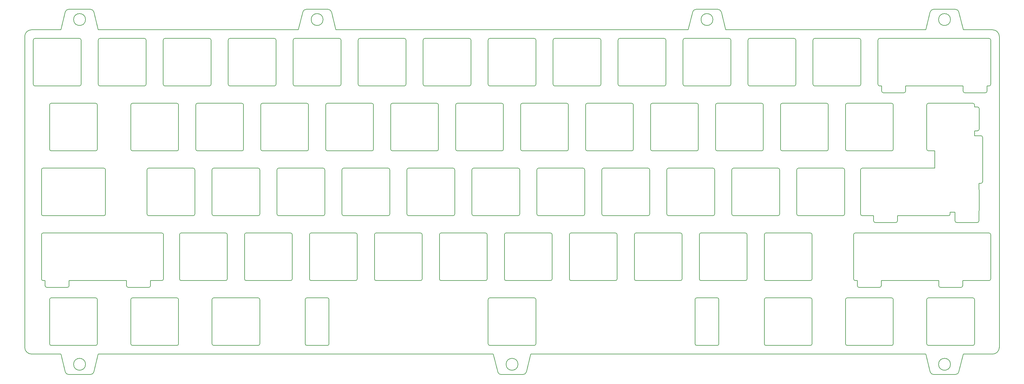
<source format=gbr>
%TF.GenerationSoftware,KiCad,Pcbnew,(6.0.9)*%
%TF.CreationDate,2022-11-05T12:51:30+01:00*%
%TF.ProjectId,plate,706c6174-652e-46b6-9963-61645f706362,rev?*%
%TF.SameCoordinates,Original*%
%TF.FileFunction,Profile,NP*%
%FSLAX46Y46*%
G04 Gerber Fmt 4.6, Leading zero omitted, Abs format (unit mm)*
G04 Created by KiCad (PCBNEW (6.0.9)) date 2022-11-05 12:51:30*
%MOMM*%
%LPD*%
G01*
G04 APERTURE LIST*
%TA.AperFunction,Profile*%
%ADD10C,0.200000*%
%TD*%
G04 APERTURE END LIST*
D10*
X172131000Y-54775000D02*
X159131000Y-54775000D01*
X24993500Y-60325000D02*
G75*
G03*
X24493500Y-59825000I-500000J0D01*
G01*
X235331000Y-54775000D02*
X248331000Y-54775000D01*
X111506000Y-73825000D02*
X124506000Y-73825000D01*
X225306000Y-73325000D02*
G75*
G03*
X225806000Y-73825000I500000J0D01*
G01*
X243568500Y-92875000D02*
G75*
G03*
X244068500Y-92375000I0J500000D01*
G01*
X39281000Y-54275000D02*
X39281000Y-41275000D01*
X48806000Y-117475000D02*
G75*
G03*
X48306000Y-116975000I-500000J0D01*
G01*
X182943500Y-111925000D02*
X195943500Y-111925000D01*
X248331000Y-40775000D02*
X235331000Y-40775000D01*
X224518500Y-92875000D02*
G75*
G03*
X225018500Y-92375000I0J500000D01*
G01*
X97218500Y-92875000D02*
X110218500Y-92875000D01*
X284049750Y-83350050D02*
G75*
G03*
X284549750Y-82850000I-50J500050D01*
G01*
X269191634Y-33007464D02*
X267881000Y-38250000D01*
X111506000Y-59825000D02*
G75*
G03*
X111006000Y-60325000I0J-500000D01*
G01*
X153581000Y-117475000D02*
X153581000Y-130475000D01*
X27374800Y-79375000D02*
G75*
G03*
X26874750Y-78875000I-500100J-100D01*
G01*
X86211776Y-32249977D02*
G75*
G03*
X85241634Y-33007464I24J-1000023D01*
G01*
X182156000Y-60325000D02*
G75*
G03*
X181656000Y-59825000I-500000J0D01*
G01*
X101193500Y-98425000D02*
G75*
G03*
X100693500Y-97925000I-500000J0D01*
G01*
X274524750Y-92874950D02*
G75*
G03*
X275024750Y-92375000I50J499950D01*
G01*
X221043500Y-97925000D02*
G75*
G03*
X220543500Y-98425000I0J-500000D01*
G01*
X40575250Y-113425000D02*
X40575250Y-111925000D01*
X39281000Y-41275000D02*
G75*
G03*
X38781000Y-40775000I-500000J0D01*
G01*
X206256000Y-73325000D02*
G75*
G03*
X206756000Y-73825000I500000J0D01*
G01*
X72906000Y-60325000D02*
X72906000Y-73325000D01*
X244068500Y-79375000D02*
G75*
G03*
X243568500Y-78875000I-500000J0D01*
G01*
X284549700Y-69850000D02*
G75*
G03*
X284049750Y-69350000I-500000J0D01*
G01*
X139581000Y-54275000D02*
X139581000Y-41275000D01*
X286431000Y-111925000D02*
X278700250Y-111925000D01*
X11493500Y-73825000D02*
X24493500Y-73825000D01*
X120531000Y-54275000D02*
G75*
G03*
X121031000Y-54775000I500000J0D01*
G01*
X159131000Y-40775000D02*
G75*
G03*
X158631000Y-41275000I0J-500000D01*
G01*
X35306000Y-59825000D02*
G75*
G03*
X34806000Y-60325000I0J-500000D01*
G01*
X271700250Y-113425000D02*
X271700250Y-111925000D01*
X139581000Y-130475000D02*
G75*
G03*
X140081000Y-130975000I500000J0D01*
G01*
X38781000Y-40775000D02*
X25781000Y-40775000D01*
X210231000Y-54775000D02*
G75*
G03*
X210731000Y-54275000I0J500000D01*
G01*
X9112250Y-97925000D02*
G75*
G03*
X8612250Y-98425000I-30J-499970D01*
G01*
X285844000Y-54775000D02*
X285844000Y-56275000D01*
X26874750Y-92874950D02*
G75*
G03*
X27374750Y-92375000I50J499950D01*
G01*
X16561776Y-139500000D02*
X23000224Y-139500000D01*
X39568500Y-79375000D02*
X39568500Y-92375000D01*
X220543500Y-130475000D02*
G75*
G03*
X221043500Y-130975000I500000J0D01*
G01*
X172918500Y-79375000D02*
X172918500Y-92375000D01*
X5706000Y-38250000D02*
G75*
G03*
X3706000Y-40250000I0J-2000000D01*
G01*
X59118500Y-130975000D02*
X72118500Y-130975000D01*
X270161776Y-32249977D02*
G75*
G03*
X269191634Y-33007464I24J-1000023D01*
G01*
X82143500Y-98425000D02*
G75*
G03*
X81643500Y-97925000I-500000J0D01*
G01*
X110218500Y-78875000D02*
X97218500Y-78875000D01*
X187706000Y-59825000D02*
X200706000Y-59825000D01*
X72118500Y-116975000D02*
X59118500Y-116975000D01*
X286931000Y-98425000D02*
X286931000Y-111425000D01*
X285344000Y-56775000D02*
X279344000Y-56775000D01*
X248774700Y-92375000D02*
G75*
G03*
X249274750Y-92875000I500100J100D01*
G01*
X106743500Y-97925000D02*
G75*
G03*
X106243500Y-98425000I0J-500000D01*
G01*
X215493500Y-98425000D02*
G75*
G03*
X214993500Y-97925000I-500000J0D01*
G01*
X258356000Y-60325000D02*
X258356000Y-73325000D01*
X234831000Y-41275000D02*
X234831000Y-54275000D01*
X210231000Y-54775000D02*
X197231000Y-54775000D01*
X6231000Y-41275000D02*
X6231000Y-54275000D01*
X278881000Y-133500000D02*
X287456000Y-133500000D01*
X73406000Y-73825000D02*
X86406000Y-73825000D01*
X206756000Y-73825000D02*
X219756000Y-73825000D01*
X135318500Y-78875000D02*
G75*
G03*
X134818500Y-79375000I0J-500000D01*
G01*
X87693500Y-97925000D02*
G75*
G03*
X87193500Y-98425000I0J-500000D01*
G01*
X91668500Y-79375000D02*
X91668500Y-92375000D01*
X16561776Y-32249977D02*
G75*
G03*
X15591634Y-33007464I24J-1000023D01*
G01*
X39568500Y-92375000D02*
G75*
G03*
X40068500Y-92875000I500000J0D01*
G01*
X8612250Y-79375000D02*
X8612250Y-92375000D01*
X178181000Y-54775000D02*
X191181000Y-54775000D01*
X278200250Y-113924950D02*
G75*
G03*
X278700250Y-113425000I50J499950D01*
G01*
X289456000Y-131500000D02*
X289456000Y-40250000D01*
X54356000Y-59825000D02*
G75*
G03*
X53856000Y-60325000I0J-500000D01*
G01*
X206731000Y-130975000D02*
G75*
G03*
X207231000Y-130475000I0J500000D01*
G01*
X201493500Y-111425000D02*
G75*
G03*
X201993500Y-111925000I500000J0D01*
G01*
X121031000Y-40775000D02*
G75*
G03*
X120531000Y-41275000I0J-500000D01*
G01*
X182443500Y-98425000D02*
X182443500Y-111425000D01*
X225306000Y-60325000D02*
X225306000Y-73325000D01*
X220543500Y-130475000D02*
X220543500Y-117475000D01*
X63093500Y-98425000D02*
X63093500Y-111425000D01*
X191968500Y-92375000D02*
X191968500Y-79375000D01*
X19731000Y-54775000D02*
G75*
G03*
X20231000Y-54275000I0J500000D01*
G01*
X62593500Y-111925000D02*
G75*
G03*
X63093500Y-111425000I0J500000D01*
G01*
X172631000Y-41275000D02*
G75*
G03*
X172131000Y-40775000I-500000J0D01*
G01*
X200706000Y-73825000D02*
G75*
G03*
X201206000Y-73325000I0J500000D01*
G01*
X278881000Y-38250000D02*
X277570366Y-33007464D01*
X149606000Y-59825000D02*
X162606000Y-59825000D01*
X144843500Y-97925000D02*
G75*
G03*
X144343500Y-98425000I0J-500000D01*
G01*
X168656000Y-59825000D02*
G75*
G03*
X168156000Y-60325000I0J-500000D01*
G01*
X59118500Y-78875000D02*
X72118500Y-78875000D01*
X234831000Y-54275000D02*
G75*
G03*
X235331000Y-54775000I500000J0D01*
G01*
X259086750Y-94875000D02*
X253086750Y-94875000D01*
X239306000Y-73325000D02*
X239306000Y-60325000D01*
X254381000Y-40775000D02*
X286431000Y-40775000D01*
X77381000Y-41275000D02*
X77381000Y-54275000D01*
X96431000Y-41275000D02*
G75*
G03*
X95931000Y-40775000I-500000J0D01*
G01*
X205481000Y-35250000D02*
G75*
G03*
X205481000Y-35250000I-1750000J0D01*
G01*
X261968000Y-54775000D02*
X261968000Y-56275000D01*
X281668500Y-130975000D02*
G75*
G03*
X282168500Y-130475000I0J500000D01*
G01*
X144343500Y-111425000D02*
G75*
G03*
X144843500Y-111925000I500000J0D01*
G01*
X35306000Y-116975000D02*
G75*
G03*
X34806000Y-117475000I0J-500000D01*
G01*
X44831000Y-40775000D02*
G75*
G03*
X44331000Y-41275000I0J-500000D01*
G01*
X144343500Y-111425000D02*
X144343500Y-98425000D01*
X158343500Y-98425000D02*
G75*
G03*
X157843500Y-97925000I-500000J0D01*
G01*
X267881000Y-133500000D02*
X269191634Y-138742536D01*
X140081000Y-116975000D02*
X153081000Y-116975000D01*
X19731000Y-40775000D02*
X6731000Y-40775000D01*
X200731000Y-116975000D02*
G75*
G03*
X200231000Y-117475000I0J-500000D01*
G01*
X153081000Y-130975000D02*
G75*
G03*
X153581000Y-130475000I0J500000D01*
G01*
X167368500Y-92875000D02*
G75*
G03*
X167868500Y-92375000I0J500000D01*
G01*
X247237500Y-97925000D02*
X286431000Y-97925000D01*
X92931000Y-117475000D02*
X92931000Y-130475000D01*
X163393500Y-111425000D02*
G75*
G03*
X163893500Y-111925000I500000J0D01*
G01*
X40075250Y-113924950D02*
G75*
G03*
X40575250Y-113425000I50J499950D01*
G01*
X82143500Y-111425000D02*
X82143500Y-98425000D01*
X124506000Y-59825000D02*
X111506000Y-59825000D01*
X244856000Y-59825000D02*
G75*
G03*
X244356000Y-60325000I0J-500000D01*
G01*
X173418500Y-92875000D02*
X186418500Y-92875000D01*
X216281000Y-40775000D02*
X229281000Y-40775000D01*
X116268500Y-78875000D02*
G75*
G03*
X115768500Y-79375000I0J-500000D01*
G01*
X10993500Y-130475000D02*
X10993500Y-117475000D01*
X91956000Y-73325000D02*
G75*
G03*
X92456000Y-73825000I500000J0D01*
G01*
X234043500Y-97925000D02*
X221043500Y-97925000D01*
X139581000Y-130475000D02*
X139581000Y-117475000D01*
X210731000Y-41275000D02*
G75*
G03*
X210231000Y-40775000I-500000J0D01*
G01*
X268168500Y-130475000D02*
G75*
G03*
X268668500Y-130975000I500000J0D01*
G01*
X125293500Y-111425000D02*
G75*
G03*
X125793500Y-111925000I500000J0D01*
G01*
X289456000Y-40250000D02*
G75*
G03*
X287456000Y-38250000I-2000000J0D01*
G01*
X93620417Y-33007451D02*
G75*
G03*
X92650224Y-32250000I-970217J-242649D01*
G01*
X196443500Y-111425000D02*
X196443500Y-98425000D01*
X58618500Y-130475000D02*
G75*
G03*
X59118500Y-130975000I500000J0D01*
G01*
X283462750Y-91569835D02*
X283462750Y-94375000D01*
X134818500Y-92375000D02*
G75*
G03*
X135318500Y-92875000I500000J0D01*
G01*
X172918500Y-92375000D02*
G75*
G03*
X173418500Y-92875000I500000J0D01*
G01*
X85931000Y-130475000D02*
G75*
G03*
X86431000Y-130975000I500000J0D01*
G01*
X105956000Y-60325000D02*
X105956000Y-73325000D01*
X85241634Y-33007464D02*
X83931000Y-38250000D01*
X283462750Y-83350000D02*
X283462750Y-85006165D01*
X58331000Y-54275000D02*
X58331000Y-41275000D01*
X244856000Y-59825000D02*
X257856000Y-59825000D01*
X144056000Y-73325000D02*
X144056000Y-60325000D01*
X24493500Y-130975000D02*
X11493500Y-130975000D01*
X234543500Y-98425000D02*
G75*
G03*
X234043500Y-97925000I-500000J0D01*
G01*
X239306000Y-60325000D02*
G75*
G03*
X238806000Y-59825000I-500000J0D01*
G01*
X267881000Y-38250000D02*
X209231000Y-38250000D01*
X23970417Y-33007451D02*
G75*
G03*
X23000224Y-32250000I-970217J-242649D01*
G01*
X246737500Y-111425000D02*
G75*
G03*
X247237500Y-111925000I500000J0D01*
G01*
X285344000Y-56775000D02*
G75*
G03*
X285844000Y-56275000I0J500000D01*
G01*
X148331000Y-136500000D02*
G75*
G03*
X148331000Y-136500000I-1750000J0D01*
G01*
X92456000Y-59825000D02*
G75*
G03*
X91956000Y-60325000I0J-500000D01*
G01*
X53568500Y-79375000D02*
G75*
G03*
X53068500Y-78875000I-500000J0D01*
G01*
X234043500Y-130975000D02*
X221043500Y-130975000D01*
X153868500Y-92375000D02*
X153868500Y-79375000D01*
X92931000Y-117475000D02*
G75*
G03*
X92431000Y-116975000I-500000J0D01*
G01*
X187206000Y-73325000D02*
X187206000Y-60325000D01*
X25281000Y-133500000D02*
X141081000Y-133500000D01*
X134031000Y-40775000D02*
X121031000Y-40775000D01*
X162606000Y-73825000D02*
G75*
G03*
X163106000Y-73325000I0J500000D01*
G01*
X44331000Y-41275000D02*
X44331000Y-54275000D01*
X48806000Y-60325000D02*
X48806000Y-73325000D01*
X207231000Y-117475000D02*
X207231000Y-130475000D01*
X92431000Y-130975000D02*
X86431000Y-130975000D01*
X201993500Y-97925000D02*
G75*
G03*
X201493500Y-98425000I0J-500000D01*
G01*
X15591634Y-33007464D02*
X14281000Y-38250000D01*
X278200250Y-113925000D02*
X272200250Y-113925000D01*
X116268500Y-92875000D02*
X129268500Y-92875000D01*
X191681000Y-54275000D02*
X191681000Y-41275000D01*
X254324250Y-113924950D02*
G75*
G03*
X254824250Y-113425000I50J499950D01*
G01*
X259086750Y-94874950D02*
G75*
G03*
X259586750Y-94375000I50J499950D01*
G01*
X91956000Y-73325000D02*
X91956000Y-60325000D01*
X125006000Y-60325000D02*
G75*
G03*
X124506000Y-59825000I-500000J0D01*
G01*
X163106000Y-60325000D02*
X163106000Y-73325000D01*
X43887250Y-111924950D02*
G75*
G03*
X44387250Y-111425000I50J499950D01*
G01*
X201206000Y-60325000D02*
G75*
G03*
X200706000Y-59825000I-500000J0D01*
G01*
X129768500Y-79375000D02*
G75*
G03*
X129268500Y-78875000I-500000J0D01*
G01*
X49093500Y-111425000D02*
X49093500Y-98425000D01*
X95931000Y-54775000D02*
G75*
G03*
X96431000Y-54275000I0J500000D01*
G01*
X270549750Y-73825000D02*
X268668500Y-73825000D01*
X195943500Y-97925000D02*
X182943500Y-97925000D01*
X48306000Y-73825000D02*
X35306000Y-73825000D01*
X276600224Y-32250000D02*
X270161776Y-32250000D01*
X33575200Y-113425000D02*
G75*
G03*
X34075250Y-113925000I500100J100D01*
G01*
X120243500Y-98425000D02*
G75*
G03*
X119743500Y-97925000I-500000J0D01*
G01*
X106243500Y-98425000D02*
X106243500Y-111425000D01*
X92650224Y-32250000D02*
X86211776Y-32250000D01*
X149800224Y-139500023D02*
G75*
G03*
X150770366Y-138742536I-24J1000023D01*
G01*
X215781000Y-54275000D02*
X215781000Y-41275000D01*
X158631000Y-54275000D02*
X158631000Y-41275000D01*
X130556000Y-73825000D02*
X143556000Y-73825000D01*
X9112250Y-111925000D02*
X9699250Y-111925000D01*
X211018500Y-92375000D02*
G75*
G03*
X211518500Y-92875000I500000J0D01*
G01*
X53068500Y-92875000D02*
G75*
G03*
X53568500Y-92375000I0J500000D01*
G01*
X34806000Y-130475000D02*
X34806000Y-117475000D01*
X254324250Y-113925000D02*
X248324250Y-113925000D01*
X254381000Y-40775000D02*
G75*
G03*
X253881000Y-41275000I0J-500000D01*
G01*
X268668500Y-59825000D02*
X281668500Y-59825000D01*
X110718500Y-79375000D02*
G75*
G03*
X110218500Y-78875000I-500000J0D01*
G01*
X282962750Y-94875000D02*
X276962750Y-94875000D01*
X6731000Y-40775000D02*
G75*
G03*
X6231000Y-41275000I0J-500000D01*
G01*
X283049750Y-67912000D02*
X282168500Y-67912000D01*
X53856000Y-60325000D02*
X53856000Y-73325000D01*
X207920417Y-33007451D02*
G75*
G03*
X206950224Y-32250000I-970217J-242649D01*
G01*
X86431000Y-116975000D02*
X92431000Y-116975000D01*
X283049750Y-67912050D02*
G75*
G03*
X283549750Y-67412000I-50J500050D01*
G01*
X167368500Y-92875000D02*
X154368500Y-92875000D01*
X286431000Y-54775000D02*
G75*
G03*
X286931000Y-54275000I0J500000D01*
G01*
X34806000Y-73325000D02*
G75*
G03*
X35306000Y-73825000I500000J0D01*
G01*
X96718500Y-79375000D02*
X96718500Y-92375000D01*
X243568500Y-92875000D02*
X230568500Y-92875000D01*
X134031000Y-54775000D02*
G75*
G03*
X134531000Y-54275000I0J500000D01*
G01*
X220256000Y-73325000D02*
X220256000Y-60325000D01*
X8612250Y-98425000D02*
X8612250Y-111425000D01*
X221043500Y-116975000D02*
G75*
G03*
X220543500Y-117475000I0J-500000D01*
G01*
X139293500Y-98425000D02*
G75*
G03*
X138793500Y-97925000I-500000J0D01*
G01*
X63881000Y-40775000D02*
X76881000Y-40775000D01*
X86431000Y-116975000D02*
G75*
G03*
X85931000Y-117475000I0J-500000D01*
G01*
X244068500Y-79375000D02*
X244068500Y-92375000D01*
X154368500Y-78875000D02*
G75*
G03*
X153868500Y-79375000I0J-500000D01*
G01*
X48306000Y-130975000D02*
G75*
G03*
X48806000Y-130475000I0J500000D01*
G01*
X201993500Y-97925000D02*
X214993500Y-97925000D01*
X63381000Y-54275000D02*
G75*
G03*
X63881000Y-54775000I500000J0D01*
G01*
X3706000Y-40250000D02*
X3706000Y-131500000D01*
X101981000Y-40775000D02*
G75*
G03*
X101481000Y-41275000I0J-500000D01*
G01*
X44387300Y-98425000D02*
G75*
G03*
X43887250Y-97925000I-500100J-100D01*
G01*
X44387250Y-111425000D02*
X44387250Y-98425000D01*
X176893500Y-111925000D02*
G75*
G03*
X177393500Y-111425000I0J500000D01*
G01*
X138793500Y-111925000D02*
G75*
G03*
X139293500Y-111425000I0J500000D01*
G01*
X77668500Y-92375000D02*
X77668500Y-79375000D01*
X287456000Y-133500000D02*
G75*
G03*
X289456000Y-131500000I0J2000000D01*
G01*
X276600224Y-139500023D02*
G75*
G03*
X277570366Y-138742536I-24J1000023D01*
G01*
X283462743Y-91569830D02*
G75*
G03*
X283549750Y-91288000I-412943J281830D01*
G01*
X100693500Y-97925000D02*
X87693500Y-97925000D01*
X25281000Y-41275000D02*
X25281000Y-54275000D01*
X277570366Y-138742536D02*
X278881000Y-133500000D01*
X101193500Y-111425000D02*
X101193500Y-98425000D01*
X68643500Y-97925000D02*
G75*
G03*
X68143500Y-98425000I0J-500000D01*
G01*
X200231000Y-130475000D02*
G75*
G03*
X200731000Y-130975000I500000J0D01*
G01*
X234043500Y-130975000D02*
G75*
G03*
X234543500Y-130475000I0J500000D01*
G01*
X86406000Y-59825000D02*
X73406000Y-59825000D01*
X40068500Y-78875000D02*
G75*
G03*
X39568500Y-79375000I0J-500000D01*
G01*
X78168500Y-78875000D02*
X91168500Y-78875000D01*
X276462750Y-94375000D02*
X276462750Y-91788000D01*
X191968500Y-92375000D02*
G75*
G03*
X192468500Y-92875000I500000J0D01*
G01*
X225806000Y-73825000D02*
X238806000Y-73825000D01*
X49593500Y-97925000D02*
G75*
G03*
X49093500Y-98425000I0J-500000D01*
G01*
X149606000Y-59825000D02*
G75*
G03*
X149106000Y-60325000I0J-500000D01*
G01*
X23000224Y-32250000D02*
X16561776Y-32250000D01*
X57831000Y-40775000D02*
X44831000Y-40775000D01*
X276462700Y-94375000D02*
G75*
G03*
X276962750Y-94875000I500100J100D01*
G01*
X129768500Y-92375000D02*
X129768500Y-79375000D01*
X149106000Y-73325000D02*
G75*
G03*
X149606000Y-73825000I500000J0D01*
G01*
X77381000Y-41275000D02*
G75*
G03*
X76881000Y-40775000I-500000J0D01*
G01*
X111006000Y-60325000D02*
X111006000Y-73325000D01*
X153868500Y-92375000D02*
G75*
G03*
X154368500Y-92875000I500000J0D01*
G01*
X138793500Y-111925000D02*
X125793500Y-111925000D01*
X214993500Y-111925000D02*
X201993500Y-111925000D01*
X87693500Y-111925000D02*
X100693500Y-111925000D01*
X35306000Y-116975000D02*
X48306000Y-116975000D01*
X9112250Y-92875000D02*
X26874750Y-92875000D01*
X25281000Y-38250000D02*
X23970366Y-33007464D01*
X86406000Y-73825000D02*
G75*
G03*
X86906000Y-73325000I0J500000D01*
G01*
X153581000Y-117475000D02*
G75*
G03*
X153081000Y-116975000I-500000J0D01*
G01*
X261468000Y-56775000D02*
G75*
G03*
X261968000Y-56275000I0J500000D01*
G01*
X211018500Y-92375000D02*
X211018500Y-79375000D01*
X211518500Y-78875000D02*
X224518500Y-78875000D01*
X148818500Y-79375000D02*
G75*
G03*
X148318500Y-78875000I-500000J0D01*
G01*
X205968500Y-79375000D02*
X205968500Y-92375000D01*
X8612200Y-111425000D02*
G75*
G03*
X9112250Y-111925000I500100J100D01*
G01*
X25281000Y-54275000D02*
G75*
G03*
X25781000Y-54775000I500000J0D01*
G01*
X275131000Y-35250000D02*
G75*
G03*
X275131000Y-35250000I-1750000J0D01*
G01*
X282168500Y-69350000D02*
X284049750Y-69350000D01*
X24493500Y-130975000D02*
G75*
G03*
X24993500Y-130475000I0J500000D01*
G01*
X110718500Y-92375000D02*
X110718500Y-79375000D01*
X168156000Y-73325000D02*
G75*
G03*
X168656000Y-73825000I500000J0D01*
G01*
X110218500Y-92875000D02*
G75*
G03*
X110718500Y-92375000I0J500000D01*
G01*
X62593500Y-111925000D02*
X49593500Y-111925000D01*
X40068500Y-92875000D02*
X53068500Y-92875000D01*
X125006000Y-73325000D02*
X125006000Y-60325000D01*
X270161776Y-139500000D02*
X276600224Y-139500000D01*
X225018500Y-79375000D02*
G75*
G03*
X224518500Y-78875000I-500000J0D01*
G01*
X85931000Y-130475000D02*
X85931000Y-117475000D01*
X219756000Y-59825000D02*
X206756000Y-59825000D01*
X192468500Y-78875000D02*
X205468500Y-78875000D01*
X154368500Y-78875000D02*
X167368500Y-78875000D01*
X247824250Y-111925000D02*
X247237500Y-111925000D01*
X283549724Y-85288000D02*
G75*
G03*
X283462750Y-85006165I-500124J0D01*
G01*
X229781000Y-41275000D02*
G75*
G03*
X229281000Y-40775000I-500000J0D01*
G01*
X25781000Y-40775000D02*
G75*
G03*
X25281000Y-41275000I0J-500000D01*
G01*
X158631000Y-54275000D02*
G75*
G03*
X159131000Y-54775000I500000J0D01*
G01*
X140081000Y-40775000D02*
X153081000Y-40775000D01*
X158343500Y-98425000D02*
X158343500Y-111425000D01*
X49593500Y-97925000D02*
X62593500Y-97925000D01*
X225018500Y-79375000D02*
X225018500Y-92375000D01*
X86906000Y-60325000D02*
G75*
G03*
X86406000Y-59825000I-500000J0D01*
G01*
X143556000Y-59825000D02*
X130556000Y-59825000D01*
X53856000Y-73325000D02*
G75*
G03*
X54356000Y-73825000I500000J0D01*
G01*
X177393500Y-111425000D02*
X177393500Y-98425000D01*
X211518500Y-78875000D02*
G75*
G03*
X211018500Y-79375000I0J-500000D01*
G01*
X163393500Y-98425000D02*
X163393500Y-111425000D01*
X286431000Y-54775000D02*
X285844000Y-54775000D01*
X3706000Y-131500000D02*
G75*
G03*
X5706000Y-133500000I2000000J0D01*
G01*
X278844000Y-54775000D02*
X261968000Y-54775000D01*
X87193500Y-98425000D02*
X87193500Y-111425000D01*
X206950224Y-32250000D02*
X200511776Y-32250000D01*
X197231000Y-40775000D02*
G75*
G03*
X196731000Y-41275000I0J-500000D01*
G01*
X282168500Y-117475000D02*
G75*
G03*
X281668500Y-116975000I-500000J0D01*
G01*
X57831000Y-54775000D02*
G75*
G03*
X58331000Y-54275000I0J500000D01*
G01*
X63881000Y-40775000D02*
G75*
G03*
X63381000Y-41275000I0J-500000D01*
G01*
X11493500Y-116975000D02*
G75*
G03*
X10993500Y-117475000I0J-500000D01*
G01*
X278844000Y-56275000D02*
X278844000Y-54775000D01*
X148818500Y-79375000D02*
X148818500Y-92375000D01*
X252586700Y-94375000D02*
G75*
G03*
X253086750Y-94875000I500100J100D01*
G01*
X81643500Y-97925000D02*
X68643500Y-97925000D01*
X182156000Y-60325000D02*
X182156000Y-73325000D01*
X16199250Y-113924950D02*
G75*
G03*
X16699250Y-113425000I50J499950D01*
G01*
X101481000Y-41275000D02*
X101481000Y-54275000D01*
X200706000Y-73825000D02*
X187706000Y-73825000D01*
X53068500Y-78875000D02*
X40068500Y-78875000D01*
X10993500Y-130475000D02*
G75*
G03*
X11493500Y-130975000I500000J0D01*
G01*
X96718500Y-92375000D02*
G75*
G03*
X97218500Y-92875000I500000J0D01*
G01*
X58618500Y-92375000D02*
G75*
G03*
X59118500Y-92875000I500000J0D01*
G01*
X196731000Y-54275000D02*
X196731000Y-41275000D01*
X16699250Y-111925000D02*
X33575250Y-111925000D01*
X48806000Y-60325000D02*
G75*
G03*
X48306000Y-59825000I-500000J0D01*
G01*
X244356000Y-130475000D02*
G75*
G03*
X244856000Y-130975000I500000J0D01*
G01*
X278700250Y-111925000D02*
X278700250Y-113425000D01*
X200231000Y-130475000D02*
X200231000Y-117475000D01*
X182943500Y-97925000D02*
G75*
G03*
X182443500Y-98425000I0J-500000D01*
G01*
X72906000Y-73325000D02*
G75*
G03*
X73406000Y-73825000I500000J0D01*
G01*
X269191583Y-138742549D02*
G75*
G03*
X270161776Y-139500000I970217J242649D01*
G01*
X139293500Y-98425000D02*
X139293500Y-111425000D01*
X59118500Y-78875000D02*
G75*
G03*
X58618500Y-79375000I0J-500000D01*
G01*
X186418500Y-78875000D02*
X173418500Y-78875000D01*
X157843500Y-111925000D02*
X144843500Y-111925000D01*
X163893500Y-111925000D02*
X176893500Y-111925000D01*
X115481000Y-54275000D02*
X115481000Y-41275000D01*
X176893500Y-97925000D02*
X163893500Y-97925000D01*
X115481000Y-41275000D02*
G75*
G03*
X114981000Y-40775000I-500000J0D01*
G01*
X283549750Y-85288000D02*
X283549750Y-91288000D01*
X48306000Y-130975000D02*
X35306000Y-130975000D01*
X192468500Y-78875000D02*
G75*
G03*
X191968500Y-79375000I0J-500000D01*
G01*
X34075250Y-113925000D02*
X40075250Y-113925000D01*
X191681000Y-41275000D02*
G75*
G03*
X191181000Y-40775000I-500000J0D01*
G01*
X191181000Y-40775000D02*
X178181000Y-40775000D01*
X168156000Y-73325000D02*
X168156000Y-60325000D01*
X257856000Y-130975000D02*
G75*
G03*
X258356000Y-130475000I0J500000D01*
G01*
X68143500Y-111425000D02*
G75*
G03*
X68643500Y-111925000I500000J0D01*
G01*
X246737500Y-111425000D02*
X246737500Y-98425000D01*
X182443500Y-111425000D02*
G75*
G03*
X182943500Y-111925000I500000J0D01*
G01*
X148318500Y-92875000D02*
X135318500Y-92875000D01*
X10199250Y-113925000D02*
X16199250Y-113925000D01*
X82431000Y-54275000D02*
X82431000Y-41275000D01*
X153581000Y-41275000D02*
G75*
G03*
X153081000Y-40775000I-500000J0D01*
G01*
X23970366Y-138742536D02*
X25281000Y-133500000D01*
X215781000Y-54275000D02*
G75*
G03*
X216281000Y-54775000I500000J0D01*
G01*
X20231000Y-54275000D02*
X20231000Y-41275000D01*
X43887250Y-97925000D02*
X9112250Y-97925000D01*
X96431000Y-41275000D02*
X96431000Y-54275000D01*
X105956000Y-60325000D02*
G75*
G03*
X105456000Y-59825000I-500000J0D01*
G01*
X68643500Y-111925000D02*
X81643500Y-111925000D01*
X248831000Y-41275000D02*
G75*
G03*
X248331000Y-40775000I-500000J0D01*
G01*
X248331000Y-54775000D02*
G75*
G03*
X248831000Y-54275000I0J500000D01*
G01*
X9112250Y-78875000D02*
G75*
G03*
X8612250Y-79375000I-30J-499970D01*
G01*
X286931000Y-41275000D02*
X286931000Y-54275000D01*
X81643500Y-111925000D02*
G75*
G03*
X82143500Y-111425000I0J500000D01*
G01*
X34806000Y-73325000D02*
X34806000Y-60325000D01*
X230068500Y-92375000D02*
X230068500Y-79375000D01*
X258356000Y-60325000D02*
G75*
G03*
X257856000Y-59825000I-500000J0D01*
G01*
X101481000Y-54275000D02*
G75*
G03*
X101981000Y-54775000I500000J0D01*
G01*
X11493500Y-59825000D02*
G75*
G03*
X10993500Y-60325000I0J-500000D01*
G01*
X68143500Y-98425000D02*
X68143500Y-111425000D01*
X235331000Y-40775000D02*
G75*
G03*
X234831000Y-41275000I0J-500000D01*
G01*
X72618500Y-117475000D02*
G75*
G03*
X72118500Y-116975000I-500000J0D01*
G01*
X72118500Y-130975000D02*
G75*
G03*
X72618500Y-130475000I0J500000D01*
G01*
X119743500Y-97925000D02*
X106743500Y-97925000D01*
X284049750Y-83350000D02*
X283462750Y-83350000D01*
X275024750Y-91788000D02*
X275024750Y-92375000D01*
X10993500Y-73325000D02*
G75*
G03*
X11493500Y-73825000I500000J0D01*
G01*
X254968000Y-54775000D02*
X254381000Y-54775000D01*
X163893500Y-97925000D02*
G75*
G03*
X163393500Y-98425000I0J-500000D01*
G01*
X271700200Y-113425000D02*
G75*
G03*
X272200250Y-113925000I500100J100D01*
G01*
X149106000Y-73325000D02*
X149106000Y-60325000D01*
X115768500Y-79375000D02*
X115768500Y-92375000D01*
X72618500Y-79375000D02*
X72618500Y-92375000D01*
X125793500Y-97925000D02*
X138793500Y-97925000D01*
X252586750Y-94375000D02*
X252586750Y-92875000D01*
X200511776Y-32249977D02*
G75*
G03*
X199541634Y-33007464I24J-1000023D01*
G01*
X268668500Y-116975000D02*
G75*
G03*
X268168500Y-117475000I0J-500000D01*
G01*
X248831000Y-54275000D02*
X248831000Y-41275000D01*
X214993500Y-111925000D02*
G75*
G03*
X215493500Y-111425000I0J500000D01*
G01*
X33575250Y-111925000D02*
X33575250Y-113425000D01*
X247824250Y-113425000D02*
X247824250Y-111925000D01*
X210731000Y-41275000D02*
X210731000Y-54275000D01*
X199541634Y-33007464D02*
X198231000Y-38250000D01*
X120243500Y-111425000D02*
X120243500Y-98425000D01*
X48306000Y-73825000D02*
G75*
G03*
X48806000Y-73325000I0J500000D01*
G01*
X274524750Y-92875000D02*
X259586750Y-92875000D01*
X221043500Y-111925000D02*
X234043500Y-111925000D01*
X144056000Y-60325000D02*
G75*
G03*
X143556000Y-59825000I-500000J0D01*
G01*
X234043500Y-111925000D02*
G75*
G03*
X234543500Y-111425000I0J500000D01*
G01*
X177681000Y-41275000D02*
X177681000Y-54275000D01*
X73406000Y-59825000D02*
G75*
G03*
X72906000Y-60325000I0J-500000D01*
G01*
X196731000Y-54275000D02*
G75*
G03*
X197231000Y-54775000I500000J0D01*
G01*
X178181000Y-40775000D02*
G75*
G03*
X177681000Y-41275000I0J-500000D01*
G01*
X121031000Y-54775000D02*
X134031000Y-54775000D01*
X63093500Y-98425000D02*
G75*
G03*
X62593500Y-97925000I-500000J0D01*
G01*
X187206000Y-73325000D02*
G75*
G03*
X187706000Y-73825000I500000J0D01*
G01*
X205968500Y-79375000D02*
G75*
G03*
X205468500Y-78875000I-500000J0D01*
G01*
X130056000Y-73325000D02*
G75*
G03*
X130556000Y-73825000I500000J0D01*
G01*
X157843500Y-111925000D02*
G75*
G03*
X158343500Y-111425000I0J500000D01*
G01*
X44831000Y-54775000D02*
X57831000Y-54775000D01*
X76881000Y-54775000D02*
X63881000Y-54775000D01*
X229281000Y-54775000D02*
G75*
G03*
X229781000Y-54275000I0J500000D01*
G01*
X191181000Y-54775000D02*
G75*
G03*
X191681000Y-54275000I0J500000D01*
G01*
X163106000Y-60325000D02*
G75*
G03*
X162606000Y-59825000I-500000J0D01*
G01*
X234543500Y-117475000D02*
X234543500Y-130475000D01*
X27374750Y-92375000D02*
X27374750Y-79375000D01*
X72118500Y-92875000D02*
G75*
G03*
X72618500Y-92375000I0J500000D01*
G01*
X258356000Y-117475000D02*
G75*
G03*
X257856000Y-116975000I-500000J0D01*
G01*
X276462750Y-91788000D02*
X275024750Y-91788000D01*
X134818500Y-92375000D02*
X134818500Y-79375000D01*
X134531000Y-54275000D02*
X134531000Y-41275000D01*
X92456000Y-59825000D02*
X105456000Y-59825000D01*
X206256000Y-60325000D02*
X206256000Y-73325000D01*
X9699250Y-111925000D02*
X9699250Y-113425000D01*
X63381000Y-54275000D02*
X63381000Y-41275000D01*
X249274750Y-78875000D02*
X270549750Y-78875000D01*
X234543500Y-111425000D02*
X234543500Y-98425000D01*
X198231000Y-38250000D02*
X94931000Y-38250000D01*
X153081000Y-130975000D02*
X140081000Y-130975000D01*
X142391583Y-138742549D02*
G75*
G03*
X143361776Y-139500000I970217J242649D01*
G01*
X91168500Y-92875000D02*
X78168500Y-92875000D01*
X215493500Y-98425000D02*
X215493500Y-111425000D01*
X201493500Y-111425000D02*
X201493500Y-98425000D01*
X268168500Y-73325000D02*
G75*
G03*
X268668500Y-73825000I500000J0D01*
G01*
X282168500Y-60325000D02*
G75*
G03*
X281668500Y-59825000I-500000J0D01*
G01*
X244356000Y-130475000D02*
X244356000Y-117475000D01*
X247237500Y-97925000D02*
G75*
G03*
X246737500Y-98425000I0J-500000D01*
G01*
X144843500Y-97925000D02*
X157843500Y-97925000D01*
X207231000Y-117475000D02*
G75*
G03*
X206731000Y-116975000I-500000J0D01*
G01*
X221043500Y-116975000D02*
X234043500Y-116975000D01*
X78168500Y-78875000D02*
G75*
G03*
X77668500Y-79375000I0J-500000D01*
G01*
X153081000Y-54775000D02*
G75*
G03*
X153581000Y-54275000I0J500000D01*
G01*
X177681000Y-54275000D02*
G75*
G03*
X178181000Y-54775000I500000J0D01*
G01*
X77668500Y-92375000D02*
G75*
G03*
X78168500Y-92875000I500000J0D01*
G01*
X196443500Y-98425000D02*
G75*
G03*
X195943500Y-97925000I-500000J0D01*
G01*
X94931000Y-38250000D02*
X93620366Y-33007464D01*
X268668500Y-130975000D02*
X281668500Y-130975000D01*
X249274750Y-78875050D02*
G75*
G03*
X248774750Y-79375000I-50J-499950D01*
G01*
X195943500Y-111925000D02*
G75*
G03*
X196443500Y-111425000I0J500000D01*
G01*
X159131000Y-40775000D02*
X172131000Y-40775000D01*
X181656000Y-73825000D02*
G75*
G03*
X182156000Y-73325000I0J500000D01*
G01*
X225806000Y-59825000D02*
G75*
G03*
X225306000Y-60325000I0J-500000D01*
G01*
X14281000Y-38250000D02*
X5706000Y-38250000D01*
X220543500Y-111425000D02*
G75*
G03*
X221043500Y-111925000I500000J0D01*
G01*
X111006000Y-73325000D02*
G75*
G03*
X111506000Y-73825000I500000J0D01*
G01*
X24493500Y-73825000D02*
G75*
G03*
X24993500Y-73325000I0J500000D01*
G01*
X26874750Y-78875000D02*
X9112250Y-78875000D01*
X44331000Y-54275000D02*
G75*
G03*
X44831000Y-54775000I500000J0D01*
G01*
X205468500Y-92875000D02*
X192468500Y-92875000D01*
X244856000Y-116975000D02*
X257856000Y-116975000D01*
X35306000Y-59825000D02*
X48306000Y-59825000D01*
X206731000Y-130975000D02*
X200731000Y-130975000D01*
X72618500Y-79375000D02*
G75*
G03*
X72118500Y-78875000I-500000J0D01*
G01*
X101981000Y-54775000D02*
X114981000Y-54775000D01*
X282168500Y-60325000D02*
X282168500Y-60912000D01*
X38781000Y-54775000D02*
G75*
G03*
X39281000Y-54275000I0J500000D01*
G01*
X140081000Y-40775000D02*
G75*
G03*
X139581000Y-41275000I0J-500000D01*
G01*
X134531000Y-41275000D02*
G75*
G03*
X134031000Y-40775000I-500000J0D01*
G01*
X220256000Y-60325000D02*
G75*
G03*
X219756000Y-59825000I-500000J0D01*
G01*
X76881000Y-54775000D02*
G75*
G03*
X77381000Y-54275000I0J500000D01*
G01*
X95931000Y-54775000D02*
X82931000Y-54775000D01*
X153081000Y-54775000D02*
X140081000Y-54775000D01*
X167868500Y-79375000D02*
X167868500Y-92375000D01*
X247824200Y-113425000D02*
G75*
G03*
X248324250Y-113925000I500100J100D01*
G01*
X168656000Y-59825000D02*
X181656000Y-59825000D01*
X124506000Y-73825000D02*
G75*
G03*
X125006000Y-73325000I0J500000D01*
G01*
X230068500Y-92375000D02*
G75*
G03*
X230568500Y-92875000I500000J0D01*
G01*
X82931000Y-40775000D02*
G75*
G03*
X82431000Y-41275000I0J-500000D01*
G01*
X139581000Y-54275000D02*
G75*
G03*
X140081000Y-54775000I500000J0D01*
G01*
X281668500Y-116975000D02*
X268668500Y-116975000D01*
X82431000Y-54275000D02*
G75*
G03*
X82931000Y-54775000I500000J0D01*
G01*
X230568500Y-78875000D02*
G75*
G03*
X230068500Y-79375000I0J-500000D01*
G01*
X173418500Y-78875000D02*
G75*
G03*
X172918500Y-79375000I0J-500000D01*
G01*
X24993500Y-73325000D02*
X24993500Y-60325000D01*
X24493500Y-59825000D02*
X11493500Y-59825000D01*
X120531000Y-41275000D02*
X120531000Y-54275000D01*
X72618500Y-130475000D02*
X72618500Y-117475000D01*
X91181000Y-35250000D02*
G75*
G03*
X91181000Y-35250000I-1750000J0D01*
G01*
X254968000Y-56275000D02*
X254968000Y-54775000D01*
X219756000Y-73825000D02*
G75*
G03*
X220256000Y-73325000I0J500000D01*
G01*
X148318500Y-92875000D02*
G75*
G03*
X148818500Y-92375000I0J500000D01*
G01*
X8612200Y-92375000D02*
G75*
G03*
X9112250Y-92875000I500100J100D01*
G01*
X253881000Y-54275000D02*
G75*
G03*
X254381000Y-54775000I500000J0D01*
G01*
X21531000Y-136500000D02*
G75*
G03*
X21531000Y-136500000I-1750000J0D01*
G01*
X252586750Y-92875000D02*
X249274750Y-92875000D01*
X254824250Y-111925000D02*
X254824250Y-113425000D01*
X59118500Y-116975000D02*
G75*
G03*
X58618500Y-117475000I0J-500000D01*
G01*
X91168500Y-92875000D02*
G75*
G03*
X91668500Y-92375000I0J500000D01*
G01*
X257856000Y-73825000D02*
G75*
G03*
X258356000Y-73325000I0J500000D01*
G01*
X283549750Y-61412000D02*
X283549750Y-67412000D01*
X58618500Y-117475000D02*
X58618500Y-130475000D01*
X286931000Y-41275000D02*
G75*
G03*
X286431000Y-40775000I-500000J0D01*
G01*
X54356000Y-73825000D02*
X67356000Y-73825000D01*
X105456000Y-73825000D02*
G75*
G03*
X105956000Y-73325000I0J500000D01*
G01*
X205468500Y-92875000D02*
G75*
G03*
X205968500Y-92375000I0J500000D01*
G01*
X97218500Y-78875000D02*
G75*
G03*
X96718500Y-79375000I0J-500000D01*
G01*
X278844000Y-56275000D02*
G75*
G03*
X279344000Y-56775000I500000J0D01*
G01*
X23000224Y-139500023D02*
G75*
G03*
X23970366Y-138742536I-24J1000023D01*
G01*
X282168500Y-67912000D02*
X282168500Y-69350000D01*
X253881000Y-54275000D02*
X253881000Y-41275000D01*
X82931000Y-40775000D02*
X95931000Y-40775000D01*
X152081000Y-133500000D02*
X267881000Y-133500000D01*
X234543500Y-117475000D02*
G75*
G03*
X234043500Y-116975000I-500000J0D01*
G01*
X24993500Y-117475000D02*
X24993500Y-130475000D01*
X172131000Y-54775000D02*
G75*
G03*
X172631000Y-54275000I0J500000D01*
G01*
X49093500Y-111425000D02*
G75*
G03*
X49593500Y-111925000I500000J0D01*
G01*
X5706000Y-133500000D02*
X14281000Y-133500000D01*
X130556000Y-59825000D02*
G75*
G03*
X130056000Y-60325000I0J-500000D01*
G01*
X286931000Y-98425000D02*
G75*
G03*
X286431000Y-97925000I-500000J0D01*
G01*
X286431000Y-111925000D02*
G75*
G03*
X286931000Y-111425000I0J500000D01*
G01*
X40575250Y-111925000D02*
X43887250Y-111925000D01*
X83931000Y-38250000D02*
X25281000Y-38250000D01*
X100693500Y-111925000D02*
G75*
G03*
X101193500Y-111425000I0J500000D01*
G01*
X224518500Y-92875000D02*
X211518500Y-92875000D01*
X11493500Y-116975000D02*
X24493500Y-116975000D01*
X129268500Y-92875000D02*
G75*
G03*
X129768500Y-92375000I0J500000D01*
G01*
X67356000Y-59825000D02*
X54356000Y-59825000D01*
X197231000Y-40775000D02*
X210231000Y-40775000D01*
X206756000Y-59825000D02*
G75*
G03*
X206256000Y-60325000I0J-500000D01*
G01*
X9699200Y-113425000D02*
G75*
G03*
X10199250Y-113925000I500100J100D01*
G01*
X270549750Y-78875000D02*
X270549750Y-73825000D01*
X162606000Y-73825000D02*
X149606000Y-73825000D01*
X135318500Y-78875000D02*
X148318500Y-78875000D01*
X257856000Y-130975000D02*
X244856000Y-130975000D01*
X92431000Y-130975000D02*
G75*
G03*
X92931000Y-130475000I0J500000D01*
G01*
X86906000Y-73325000D02*
X86906000Y-60325000D01*
X15591583Y-138742549D02*
G75*
G03*
X16561776Y-139500000I970217J242649D01*
G01*
X244356000Y-73325000D02*
G75*
G03*
X244856000Y-73825000I500000J0D01*
G01*
X67356000Y-73825000D02*
G75*
G03*
X67856000Y-73325000I0J500000D01*
G01*
X229281000Y-54775000D02*
X216281000Y-54775000D01*
X91668500Y-79375000D02*
G75*
G03*
X91168500Y-78875000I-500000J0D01*
G01*
X244856000Y-116975000D02*
G75*
G03*
X244356000Y-117475000I0J-500000D01*
G01*
X67856000Y-60325000D02*
G75*
G03*
X67356000Y-59825000I-500000J0D01*
G01*
X6731000Y-54775000D02*
X19731000Y-54775000D01*
X268668500Y-59825000D02*
G75*
G03*
X268168500Y-60325000I0J-500000D01*
G01*
X72118500Y-92875000D02*
X59118500Y-92875000D01*
X172631000Y-41275000D02*
X172631000Y-54275000D01*
X257856000Y-73825000D02*
X244856000Y-73825000D01*
X106743500Y-111925000D02*
X119743500Y-111925000D01*
X230568500Y-78875000D02*
X243568500Y-78875000D01*
X6231000Y-54275000D02*
G75*
G03*
X6731000Y-54775000I500000J0D01*
G01*
X143556000Y-73825000D02*
G75*
G03*
X144056000Y-73325000I0J500000D01*
G01*
X141081000Y-133500000D02*
X142391634Y-138742536D01*
X254968000Y-56275000D02*
G75*
G03*
X255468000Y-56775000I500000J0D01*
G01*
X209231000Y-38250000D02*
X207920366Y-33007464D01*
X181656000Y-73825000D02*
X168656000Y-73825000D01*
X21531000Y-35250000D02*
G75*
G03*
X21531000Y-35250000I-1750000J0D01*
G01*
X186418500Y-92875000D02*
G75*
G03*
X186918500Y-92375000I0J500000D01*
G01*
X14281000Y-133500000D02*
X15591634Y-138742536D01*
X275131000Y-136500000D02*
G75*
G03*
X275131000Y-136500000I-1750000J0D01*
G01*
X25781000Y-54775000D02*
X38781000Y-54775000D01*
X244356000Y-73325000D02*
X244356000Y-60325000D01*
X119743500Y-111925000D02*
G75*
G03*
X120243500Y-111425000I0J500000D01*
G01*
X140081000Y-116975000D02*
G75*
G03*
X139581000Y-117475000I0J-500000D01*
G01*
X114981000Y-40775000D02*
X101981000Y-40775000D01*
X150770366Y-138742536D02*
X152081000Y-133500000D01*
X268168500Y-73325000D02*
X268168500Y-60325000D01*
X238806000Y-59825000D02*
X225806000Y-59825000D01*
X186918500Y-92375000D02*
X186918500Y-79375000D01*
X24993500Y-117475000D02*
G75*
G03*
X24493500Y-116975000I-500000J0D01*
G01*
X167868500Y-79375000D02*
G75*
G03*
X167368500Y-78875000I-500000J0D01*
G01*
X53568500Y-92375000D02*
X53568500Y-79375000D01*
X143361776Y-139500000D02*
X149800224Y-139500000D01*
X106243500Y-111425000D02*
G75*
G03*
X106743500Y-111925000I500000J0D01*
G01*
X87193500Y-111425000D02*
G75*
G03*
X87693500Y-111925000I500000J0D01*
G01*
X200731000Y-116975000D02*
X206731000Y-116975000D01*
X261468000Y-56775000D02*
X255468000Y-56775000D01*
X58331000Y-41275000D02*
G75*
G03*
X57831000Y-40775000I-500000J0D01*
G01*
X16699250Y-113425000D02*
X16699250Y-111925000D01*
X282168500Y-60912000D02*
X283049750Y-60912000D01*
X67856000Y-73325000D02*
X67856000Y-60325000D01*
X48806000Y-117475000D02*
X48806000Y-130475000D01*
X258356000Y-117475000D02*
X258356000Y-130475000D01*
X153581000Y-41275000D02*
X153581000Y-54275000D01*
X186918500Y-79375000D02*
G75*
G03*
X186418500Y-78875000I-500000J0D01*
G01*
X268168500Y-117475000D02*
X268168500Y-130475000D01*
X34806000Y-130475000D02*
G75*
G03*
X35306000Y-130975000I500000J0D01*
G01*
X229781000Y-41275000D02*
X229781000Y-54275000D01*
X114981000Y-54775000D02*
G75*
G03*
X115481000Y-54275000I0J500000D01*
G01*
X201206000Y-60325000D02*
X201206000Y-73325000D01*
X287456000Y-38250000D02*
X278881000Y-38250000D01*
X259586750Y-92875000D02*
X259586750Y-94375000D01*
X105456000Y-73825000D02*
X92456000Y-73825000D01*
X277570417Y-33007451D02*
G75*
G03*
X276600224Y-32250000I-970217J-242649D01*
G01*
X130056000Y-60325000D02*
X130056000Y-73325000D01*
X248774750Y-92375000D02*
X248774750Y-79375000D01*
X125293500Y-111425000D02*
X125293500Y-98425000D01*
X282168500Y-130475000D02*
X282168500Y-117475000D01*
X115768500Y-92375000D02*
G75*
G03*
X116268500Y-92875000I500000J0D01*
G01*
X10993500Y-60325000D02*
X10993500Y-73325000D01*
X282962750Y-94875050D02*
G75*
G03*
X283462750Y-94375000I-50J500050D01*
G01*
X177393500Y-98425000D02*
G75*
G03*
X176893500Y-97925000I-500000J0D01*
G01*
X129268500Y-78875000D02*
X116268500Y-78875000D01*
X271700250Y-111925000D02*
X254824250Y-111925000D01*
X20231000Y-41275000D02*
G75*
G03*
X19731000Y-40775000I-500000J0D01*
G01*
X216281000Y-40775000D02*
G75*
G03*
X215781000Y-41275000I0J-500000D01*
G01*
X283549700Y-61412000D02*
G75*
G03*
X283049750Y-60912000I-500000J0D01*
G01*
X284549750Y-69850000D02*
X284549750Y-82850000D01*
X220543500Y-98425000D02*
X220543500Y-111425000D01*
X58618500Y-92375000D02*
X58618500Y-79375000D01*
X187706000Y-59825000D02*
G75*
G03*
X187206000Y-60325000I0J-500000D01*
G01*
X238806000Y-73825000D02*
G75*
G03*
X239306000Y-73325000I0J500000D01*
G01*
X125793500Y-97925000D02*
G75*
G03*
X125293500Y-98425000I0J-500000D01*
G01*
M02*

</source>
